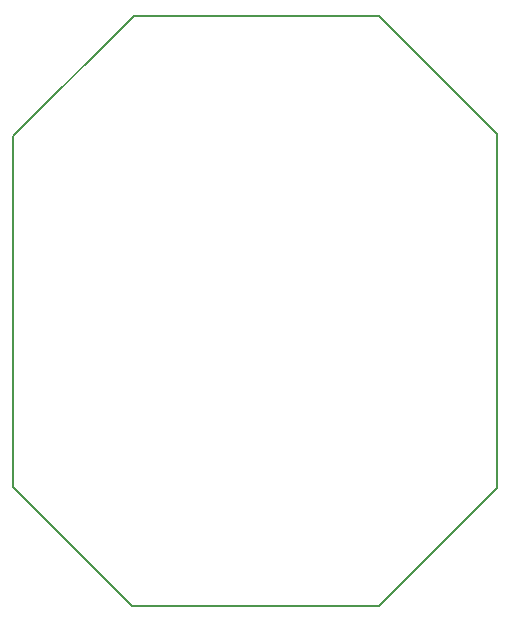
<source format=gbr>
G04 (created by PCBNEW (2013-03-19 BZR 4004)-stable) date 29/05/2013 23:51:19*
%MOIN*%
G04 Gerber Fmt 3.4, Leading zero omitted, Abs format*
%FSLAX34Y34*%
G01*
G70*
G90*
G04 APERTURE LIST*
%ADD10C,0.006*%
%ADD11C,0.00590551*%
G04 APERTURE END LIST*
G54D10*
G54D11*
X52952Y-42992D02*
X56968Y-38976D01*
X52952Y-54685D02*
X52952Y-42992D01*
X56929Y-58661D02*
X52952Y-54685D01*
X65157Y-58661D02*
X56929Y-58661D01*
X69094Y-54724D02*
X65157Y-58661D01*
X69094Y-42913D02*
X69094Y-54724D01*
X65157Y-38976D02*
X69094Y-42913D01*
X56968Y-38976D02*
X65157Y-38976D01*
M02*

</source>
